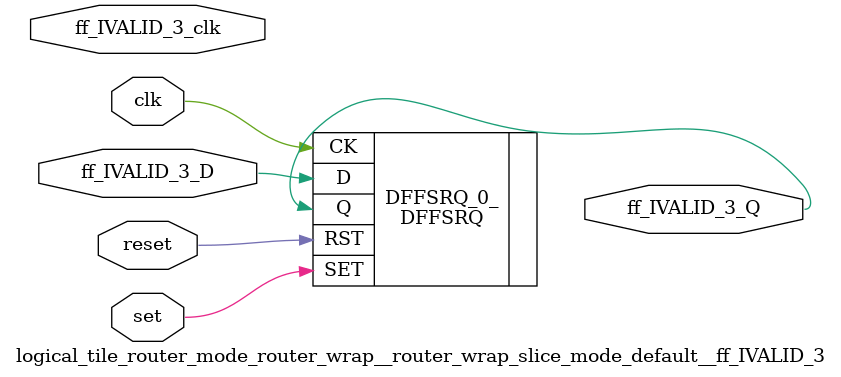
<source format=v>
`default_nettype none

module logical_tile_router_mode_router_wrap__router_wrap_slice_mode_default__ff_IVALID_3(set,
                                                                                         reset,
                                                                                         clk,
                                                                                         ff_IVALID_3_D,
                                                                                         ff_IVALID_3_Q,
                                                                                         ff_IVALID_3_clk);
//----- GLOBAL PORTS -----
input [0:0] set;
//----- GLOBAL PORTS -----
input [0:0] reset;
//----- GLOBAL PORTS -----
input [0:0] clk;
//----- INPUT PORTS -----
input [0:0] ff_IVALID_3_D;
//----- OUTPUT PORTS -----
output [0:0] ff_IVALID_3_Q;
//----- CLOCK PORTS -----
input [0:0] ff_IVALID_3_clk;

//----- BEGIN wire-connection ports -----
wire [0:0] ff_IVALID_3_D;
wire [0:0] ff_IVALID_3_Q;
wire [0:0] ff_IVALID_3_clk;
//----- END wire-connection ports -----


//----- BEGIN Registered ports -----
//----- END Registered ports -----



// ----- BEGIN Local short connections -----
// ----- END Local short connections -----
// ----- BEGIN Local output short connections -----
// ----- END Local output short connections -----

	DFFSRQ DFFSRQ_0_ (
		.SET(set),
		.RST(reset),
		.CK(clk),
		.D(ff_IVALID_3_D),
		.Q(ff_IVALID_3_Q));

endmodule
// ----- END Verilog module for logical_tile_router_mode_router_wrap__router_wrap_slice_mode_default__ff_IVALID_3 -----

//----- Default net type -----
`default_nettype wire




</source>
